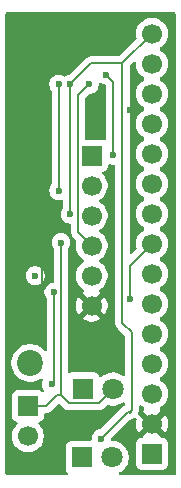
<source format=gbr>
%TF.GenerationSoftware,KiCad,Pcbnew,9.0.2+dfsg-1*%
%TF.CreationDate,2025-10-31T17:19:14+01:00*%
%TF.ProjectId,attiny,61747469-6e79-42e6-9b69-6361645f7063,rev?*%
%TF.SameCoordinates,Original*%
%TF.FileFunction,Copper,L2,Bot*%
%TF.FilePolarity,Positive*%
%FSLAX46Y46*%
G04 Gerber Fmt 4.6, Leading zero omitted, Abs format (unit mm)*
G04 Created by KiCad (PCBNEW 9.0.2+dfsg-1) date 2025-10-31 17:19:14*
%MOMM*%
%LPD*%
G01*
G04 APERTURE LIST*
%TA.AperFunction,ComponentPad*%
%ADD10R,1.800000X1.800000*%
%TD*%
%TA.AperFunction,ComponentPad*%
%ADD11C,1.800000*%
%TD*%
%TA.AperFunction,ComponentPad*%
%ADD12R,1.700000X1.700000*%
%TD*%
%TA.AperFunction,ComponentPad*%
%ADD13C,1.700000*%
%TD*%
%TA.AperFunction,ComponentPad*%
%ADD14C,2.200000*%
%TD*%
%TA.AperFunction,ViaPad*%
%ADD15C,0.600000*%
%TD*%
%TA.AperFunction,Conductor*%
%ADD16C,0.200000*%
%TD*%
G04 APERTURE END LIST*
D10*
%TO.P,D1,1,K*%
%TO.N,Net-(D1-K)*%
X151660000Y-80800000D03*
D11*
%TO.P,D1,2,A*%
%TO.N,Net-(D1-A)*%
X154200000Y-80800000D03*
%TD*%
D10*
%TO.P,D2,1,K*%
%TO.N,Net-(D2-K)*%
X151600000Y-86600000D03*
D11*
%TO.P,D2,2,A*%
%TO.N,Net-(D2-A)*%
X154140000Y-86600000D03*
%TD*%
D12*
%TO.P,J3,1,Pin_1*%
%TO.N,Net-(D1-A)*%
X147000000Y-82260000D03*
D13*
%TO.P,J3,2,Pin_2*%
%TO.N,Net-(J2-Pin_8)*%
X147000000Y-84800000D03*
%TD*%
D12*
%TO.P,J1,1,Pin_1*%
%TO.N,Net-(J1-Pin_1)*%
X152400000Y-61050000D03*
D13*
%TO.P,J1,2,Pin_2*%
%TO.N,Net-(J1-Pin_2)*%
X152400000Y-63590000D03*
%TO.P,J1,3,Pin_3*%
%TO.N,Net-(D2-A)*%
X152400000Y-66130000D03*
%TO.P,J1,4,Pin_4*%
%TO.N,Net-(D1-A)*%
X152400000Y-68670000D03*
%TO.P,J1,5,Pin_5*%
%TO.N,VCC*%
X152400000Y-71210000D03*
%TO.P,J1,6,Pin_6*%
%TO.N,GND*%
X152400000Y-73750000D03*
%TD*%
D14*
%TO.P,J4,1,Pin_1*%
%TO.N,VCC*%
X147200000Y-78600000D03*
%TD*%
D12*
%TO.P,J2,1,Pin_1*%
%TO.N,unconnected-(J2-Pin_1-Pad1)*%
X157500000Y-86280000D03*
D13*
%TO.P,J2,2,Pin_2*%
%TO.N,GND*%
X157500000Y-83740000D03*
%TO.P,J2,3,Pin_3*%
%TO.N,unconnected-(J2-Pin_3-Pad3)*%
X157500000Y-81200000D03*
%TO.P,J2,4,Pin_4*%
%TO.N,unconnected-(J2-Pin_4-Pad4)*%
X157500000Y-78660000D03*
%TO.P,J2,5,Pin_5*%
%TO.N,unconnected-(J2-Pin_5-Pad5)*%
X157500000Y-76120000D03*
%TO.P,J2,6,Pin_6*%
%TO.N,unconnected-(J2-Pin_6-Pad6)*%
X157500000Y-73580000D03*
%TO.P,J2,7,Pin_7*%
%TO.N,unconnected-(J2-Pin_7-Pad7)*%
X157500000Y-71040000D03*
%TO.P,J2,8,Pin_8*%
%TO.N,Net-(J2-Pin_8)*%
X157500000Y-68500000D03*
%TO.P,J2,9,Pin_9*%
%TO.N,unconnected-(J2-Pin_9-Pad9)*%
X157500000Y-65960000D03*
%TO.P,J2,10,Pin_10*%
%TO.N,unconnected-(J2-Pin_10-Pad10)*%
X157500000Y-63420000D03*
%TO.P,J2,11,Pin_11*%
%TO.N,unconnected-(J2-Pin_11-Pad11)*%
X157500000Y-60880000D03*
%TO.P,J2,12,Pin_12*%
%TO.N,unconnected-(J2-Pin_12-Pad12)*%
X157500000Y-58340000D03*
%TO.P,J2,13,Pin_13*%
%TO.N,unconnected-(J2-Pin_13-Pad13)*%
X157500000Y-55800000D03*
%TO.P,J2,14,Pin_14*%
%TO.N,unconnected-(J2-Pin_14-Pad14)*%
X157500000Y-53260000D03*
%TO.P,J2,15,Pin_15*%
%TO.N,Net-(D2-A)*%
X157500000Y-50720000D03*
%TD*%
D15*
%TO.N,GND*%
X153350000Y-55520000D03*
X152540000Y-58710000D03*
%TO.N,VCC*%
X147610000Y-71210000D03*
%TO.N,Net-(J1-Pin_1)*%
X154200000Y-61000000D03*
X153600000Y-54200000D03*
%TO.N,GND*%
X149700000Y-52700000D03*
X148200000Y-73800000D03*
X155600000Y-57200000D03*
%TO.N,Net-(J1-Pin_2)*%
X149600000Y-55000000D03*
X149600000Y-64000000D03*
%TO.N,Net-(D1-A)*%
X149800000Y-68400000D03*
X152200000Y-55000000D03*
%TO.N,Net-(J2-Pin_8)*%
X149200000Y-72600000D03*
X155600000Y-73200000D03*
X149000000Y-80400000D03*
%TO.N,Net-(D2-A)*%
X153200000Y-85000000D03*
X150600000Y-66000000D03*
X150600000Y-55000000D03*
%TD*%
D16*
%TO.N,Net-(J1-Pin_1)*%
X154200000Y-61000000D02*
X154200000Y-54800000D01*
X154200000Y-54800000D02*
X153600000Y-54200000D01*
%TO.N,GND*%
X148211000Y-54189000D02*
X149700000Y-52700000D01*
X148200000Y-73800000D02*
X148211000Y-73789000D01*
X148211000Y-73789000D02*
X148211000Y-54189000D01*
%TO.N,Net-(J1-Pin_2)*%
X149600000Y-64000000D02*
X149600000Y-55000000D01*
%TO.N,Net-(D1-A)*%
X149458000Y-81342000D02*
X148540000Y-82260000D01*
X151249000Y-67519000D02*
X151249000Y-55951000D01*
X148540000Y-82260000D02*
X147000000Y-82260000D01*
X151249000Y-55951000D02*
X152200000Y-55000000D01*
X152400000Y-68670000D02*
X151249000Y-67519000D01*
X149800000Y-81342000D02*
X149458000Y-81342000D01*
X149800000Y-81342000D02*
X149800000Y-68400000D01*
X154200000Y-80800000D02*
X152999000Y-82001000D01*
X152999000Y-82001000D02*
X150459000Y-82001000D01*
X150459000Y-82001000D02*
X149800000Y-81342000D01*
%TO.N,Net-(J2-Pin_8)*%
X155600000Y-70400000D02*
X155600000Y-73200000D01*
X157500000Y-68500000D02*
X155600000Y-70400000D01*
X149200000Y-72600000D02*
X149200000Y-80200000D01*
X149200000Y-80200000D02*
X149000000Y-80400000D01*
%TO.N,Net-(D2-A)*%
X155451000Y-82749000D02*
X155549000Y-82749000D01*
X155800000Y-82600000D02*
X155800000Y-76000000D01*
X155000000Y-53220000D02*
X157500000Y-50720000D01*
X155800000Y-76000000D02*
X155000000Y-75200000D01*
X152380000Y-53220000D02*
X155000000Y-53220000D01*
X155600000Y-82800000D02*
X155800000Y-82600000D01*
X153200000Y-85000000D02*
X155451000Y-82749000D01*
X150600000Y-55000000D02*
X152380000Y-53220000D01*
X150600000Y-66000000D02*
X150600000Y-55000000D01*
X155000000Y-75200000D02*
X155000000Y-53220000D01*
X155549000Y-82749000D02*
X155600000Y-82800000D01*
%TD*%
%TA.AperFunction,Conductor*%
%TO.N,GND*%
G36*
X159442539Y-48920185D02*
G01*
X159488294Y-48972989D01*
X159499500Y-49024500D01*
X159499500Y-87975500D01*
X159479815Y-88042539D01*
X159427011Y-88088294D01*
X159375500Y-88099500D01*
X154798431Y-88099500D01*
X154731392Y-88079815D01*
X154685637Y-88027011D01*
X154675693Y-87957853D01*
X154704718Y-87894297D01*
X154742136Y-87865015D01*
X154744078Y-87864025D01*
X154874022Y-87797815D01*
X155052365Y-87668242D01*
X155208242Y-87512365D01*
X155337815Y-87334022D01*
X155437895Y-87137606D01*
X155506015Y-86927951D01*
X155540500Y-86710222D01*
X155540500Y-86489778D01*
X155506015Y-86272049D01*
X155437895Y-86062394D01*
X155437895Y-86062393D01*
X155383199Y-85955048D01*
X155337815Y-85865978D01*
X155272805Y-85776499D01*
X155208247Y-85687641D01*
X155208243Y-85687636D01*
X155052365Y-85531758D01*
X154979921Y-85479125D01*
X154979919Y-85479122D01*
X154874025Y-85402187D01*
X154874024Y-85402186D01*
X154874022Y-85402185D01*
X154756791Y-85342452D01*
X154677606Y-85302104D01*
X154677603Y-85302103D01*
X154467952Y-85233985D01*
X154359086Y-85216742D01*
X154250222Y-85199500D01*
X154149097Y-85199500D01*
X154082058Y-85179815D01*
X154036303Y-85127011D01*
X154026359Y-85057853D01*
X154055384Y-84994297D01*
X154061416Y-84987819D01*
X154818974Y-84230261D01*
X155614376Y-83434859D01*
X155671492Y-83403672D01*
X155671206Y-83402604D01*
X155675608Y-83401424D01*
X155675697Y-83401376D01*
X155675959Y-83401330D01*
X155679053Y-83400501D01*
X155679057Y-83400501D01*
X155831785Y-83359577D01*
X155968716Y-83280519D01*
X155990274Y-83258960D01*
X156051593Y-83225477D01*
X156121284Y-83230460D01*
X156177219Y-83272331D01*
X156201637Y-83337795D01*
X156195885Y-83384959D01*
X156183242Y-83423872D01*
X156150000Y-83633753D01*
X156150000Y-83846246D01*
X156183242Y-84056127D01*
X156183242Y-84056130D01*
X156248904Y-84258217D01*
X156345375Y-84447550D01*
X156384728Y-84501716D01*
X157017037Y-83869408D01*
X157034075Y-83932993D01*
X157099901Y-84047007D01*
X157192993Y-84140099D01*
X157307007Y-84205925D01*
X157370590Y-84222962D01*
X156700370Y-84893181D01*
X156639047Y-84926666D01*
X156612698Y-84929500D01*
X156602134Y-84929500D01*
X156602123Y-84929501D01*
X156542516Y-84935908D01*
X156407671Y-84986202D01*
X156407664Y-84986206D01*
X156292455Y-85072452D01*
X156292452Y-85072455D01*
X156206206Y-85187664D01*
X156206202Y-85187671D01*
X156155908Y-85322517D01*
X156153765Y-85342454D01*
X156149501Y-85382123D01*
X156149500Y-85382135D01*
X156149500Y-87177870D01*
X156149501Y-87177876D01*
X156155908Y-87237483D01*
X156206202Y-87372328D01*
X156206206Y-87372335D01*
X156292452Y-87487544D01*
X156292455Y-87487547D01*
X156407664Y-87573793D01*
X156407671Y-87573797D01*
X156542517Y-87624091D01*
X156542516Y-87624091D01*
X156549444Y-87624835D01*
X156602127Y-87630500D01*
X158397872Y-87630499D01*
X158457483Y-87624091D01*
X158592331Y-87573796D01*
X158707546Y-87487546D01*
X158793796Y-87372331D01*
X158844091Y-87237483D01*
X158850500Y-87177873D01*
X158850499Y-85382128D01*
X158844091Y-85322517D01*
X158836477Y-85302104D01*
X158793797Y-85187671D01*
X158793793Y-85187664D01*
X158707547Y-85072455D01*
X158707544Y-85072452D01*
X158592335Y-84986206D01*
X158592328Y-84986202D01*
X158457482Y-84935908D01*
X158457483Y-84935908D01*
X158397883Y-84929501D01*
X158397881Y-84929500D01*
X158397873Y-84929500D01*
X158397865Y-84929500D01*
X158387309Y-84929500D01*
X158320270Y-84909815D01*
X158299628Y-84893181D01*
X157629408Y-84222962D01*
X157692993Y-84205925D01*
X157807007Y-84140099D01*
X157900099Y-84047007D01*
X157965925Y-83932993D01*
X157982962Y-83869408D01*
X158615270Y-84501717D01*
X158615270Y-84501716D01*
X158654622Y-84447554D01*
X158751095Y-84258217D01*
X158816757Y-84056130D01*
X158816757Y-84056127D01*
X158850000Y-83846246D01*
X158850000Y-83633753D01*
X158816757Y-83423872D01*
X158816757Y-83423869D01*
X158751095Y-83221782D01*
X158654624Y-83032449D01*
X158615270Y-82978282D01*
X158615269Y-82978282D01*
X157982962Y-83610590D01*
X157965925Y-83547007D01*
X157900099Y-83432993D01*
X157807007Y-83339901D01*
X157692993Y-83274075D01*
X157629409Y-83257037D01*
X158261716Y-82624728D01*
X158207547Y-82585373D01*
X158207547Y-82585372D01*
X158198500Y-82580763D01*
X158147706Y-82532788D01*
X158130912Y-82464966D01*
X158153451Y-82398832D01*
X158198508Y-82359793D01*
X158207816Y-82355051D01*
X158326972Y-82268480D01*
X158379786Y-82230109D01*
X158379788Y-82230106D01*
X158379792Y-82230104D01*
X158530104Y-82079792D01*
X158530106Y-82079788D01*
X158530109Y-82079786D01*
X158655048Y-81907820D01*
X158655047Y-81907820D01*
X158655051Y-81907816D01*
X158751557Y-81718412D01*
X158817246Y-81516243D01*
X158850500Y-81306287D01*
X158850500Y-81093713D01*
X158817246Y-80883757D01*
X158751557Y-80681588D01*
X158655051Y-80492184D01*
X158655049Y-80492181D01*
X158655048Y-80492179D01*
X158530109Y-80320213D01*
X158379786Y-80169890D01*
X158207820Y-80044951D01*
X158207115Y-80044591D01*
X158199054Y-80040485D01*
X158148259Y-79992512D01*
X158131463Y-79924692D01*
X158153999Y-79858556D01*
X158199054Y-79819515D01*
X158207816Y-79815051D01*
X158299400Y-79748512D01*
X158379786Y-79690109D01*
X158379788Y-79690106D01*
X158379792Y-79690104D01*
X158530104Y-79539792D01*
X158530106Y-79539788D01*
X158530109Y-79539786D01*
X158655048Y-79367820D01*
X158655047Y-79367820D01*
X158655051Y-79367816D01*
X158751557Y-79178412D01*
X158817246Y-78976243D01*
X158850500Y-78766287D01*
X158850500Y-78553713D01*
X158817246Y-78343757D01*
X158751557Y-78141588D01*
X158655051Y-77952184D01*
X158655049Y-77952181D01*
X158655048Y-77952179D01*
X158530109Y-77780213D01*
X158379786Y-77629890D01*
X158207820Y-77504951D01*
X158207115Y-77504591D01*
X158199054Y-77500485D01*
X158148259Y-77452512D01*
X158131463Y-77384692D01*
X158153999Y-77318556D01*
X158199054Y-77279515D01*
X158207816Y-77275051D01*
X158268266Y-77231132D01*
X158379786Y-77150109D01*
X158379788Y-77150106D01*
X158379792Y-77150104D01*
X158530104Y-76999792D01*
X158530106Y-76999788D01*
X158530109Y-76999786D01*
X158655048Y-76827820D01*
X158655047Y-76827820D01*
X158655051Y-76827816D01*
X158751557Y-76638412D01*
X158817246Y-76436243D01*
X158850500Y-76226287D01*
X158850500Y-76013713D01*
X158817246Y-75803757D01*
X158751557Y-75601588D01*
X158655051Y-75412184D01*
X158655049Y-75412181D01*
X158655048Y-75412179D01*
X158530109Y-75240213D01*
X158379786Y-75089890D01*
X158207820Y-74964951D01*
X158207115Y-74964591D01*
X158199054Y-74960485D01*
X158148259Y-74912512D01*
X158131463Y-74844692D01*
X158153999Y-74778556D01*
X158199054Y-74739515D01*
X158207816Y-74735051D01*
X158229789Y-74719086D01*
X158379786Y-74610109D01*
X158379788Y-74610106D01*
X158379792Y-74610104D01*
X158530104Y-74459792D01*
X158530106Y-74459788D01*
X158530109Y-74459786D01*
X158655048Y-74287820D01*
X158655047Y-74287820D01*
X158655051Y-74287816D01*
X158751557Y-74098412D01*
X158817246Y-73896243D01*
X158850500Y-73686287D01*
X158850500Y-73473713D01*
X158817246Y-73263757D01*
X158751557Y-73061588D01*
X158655051Y-72872184D01*
X158655049Y-72872181D01*
X158655048Y-72872179D01*
X158530109Y-72700213D01*
X158379786Y-72549890D01*
X158207820Y-72424951D01*
X158207115Y-72424591D01*
X158199054Y-72420485D01*
X158148259Y-72372512D01*
X158131463Y-72304692D01*
X158153999Y-72238556D01*
X158199054Y-72199515D01*
X158207816Y-72195051D01*
X158352694Y-72089792D01*
X158379786Y-72070109D01*
X158379788Y-72070106D01*
X158379792Y-72070104D01*
X158530104Y-71919792D01*
X158530106Y-71919788D01*
X158530109Y-71919786D01*
X158655048Y-71747820D01*
X158655047Y-71747820D01*
X158655051Y-71747816D01*
X158751557Y-71558412D01*
X158817246Y-71356243D01*
X158850500Y-71146287D01*
X158850500Y-70933713D01*
X158817246Y-70723757D01*
X158751557Y-70521588D01*
X158655051Y-70332184D01*
X158655049Y-70332181D01*
X158655048Y-70332179D01*
X158530109Y-70160213D01*
X158379786Y-70009890D01*
X158207820Y-69884951D01*
X158207115Y-69884591D01*
X158199054Y-69880485D01*
X158148259Y-69832512D01*
X158131463Y-69764692D01*
X158153999Y-69698556D01*
X158199054Y-69659515D01*
X158207816Y-69655051D01*
X158229789Y-69639086D01*
X158379786Y-69530109D01*
X158379788Y-69530106D01*
X158379792Y-69530104D01*
X158530104Y-69379792D01*
X158530106Y-69379788D01*
X158530109Y-69379786D01*
X158655048Y-69207820D01*
X158655047Y-69207820D01*
X158655051Y-69207816D01*
X158751557Y-69018412D01*
X158817246Y-68816243D01*
X158850500Y-68606287D01*
X158850500Y-68393713D01*
X158817246Y-68183757D01*
X158751557Y-67981588D01*
X158655051Y-67792184D01*
X158655049Y-67792181D01*
X158655048Y-67792179D01*
X158530109Y-67620213D01*
X158379786Y-67469890D01*
X158207820Y-67344951D01*
X158207115Y-67344591D01*
X158199054Y-67340485D01*
X158148259Y-67292512D01*
X158131463Y-67224692D01*
X158153999Y-67158556D01*
X158199054Y-67119515D01*
X158207816Y-67115051D01*
X158352694Y-67009792D01*
X158379786Y-66990109D01*
X158379788Y-66990106D01*
X158379792Y-66990104D01*
X158530104Y-66839792D01*
X158530106Y-66839788D01*
X158530109Y-66839786D01*
X158655048Y-66667820D01*
X158655047Y-66667820D01*
X158655051Y-66667816D01*
X158751557Y-66478412D01*
X158817246Y-66276243D01*
X158850500Y-66066287D01*
X158850500Y-65853713D01*
X158817246Y-65643757D01*
X158751557Y-65441588D01*
X158655051Y-65252184D01*
X158655049Y-65252181D01*
X158655048Y-65252179D01*
X158530109Y-65080213D01*
X158379786Y-64929890D01*
X158207820Y-64804951D01*
X158207115Y-64804591D01*
X158199054Y-64800485D01*
X158148259Y-64752512D01*
X158131463Y-64684692D01*
X158153999Y-64618556D01*
X158199054Y-64579515D01*
X158207816Y-64575051D01*
X158296954Y-64510289D01*
X158379786Y-64450109D01*
X158379788Y-64450106D01*
X158379792Y-64450104D01*
X158530104Y-64299792D01*
X158530106Y-64299788D01*
X158530109Y-64299786D01*
X158655048Y-64127820D01*
X158655047Y-64127820D01*
X158655051Y-64127816D01*
X158751557Y-63938412D01*
X158817246Y-63736243D01*
X158850500Y-63526287D01*
X158850500Y-63313713D01*
X158817246Y-63103757D01*
X158751557Y-62901588D01*
X158655051Y-62712184D01*
X158655049Y-62712181D01*
X158655048Y-62712179D01*
X158530109Y-62540213D01*
X158379786Y-62389890D01*
X158207820Y-62264951D01*
X158207115Y-62264591D01*
X158199054Y-62260485D01*
X158148259Y-62212512D01*
X158131463Y-62144692D01*
X158153999Y-62078556D01*
X158199054Y-62039515D01*
X158207816Y-62035051D01*
X158245760Y-62007483D01*
X158379786Y-61910109D01*
X158379788Y-61910106D01*
X158379792Y-61910104D01*
X158530104Y-61759792D01*
X158530106Y-61759788D01*
X158530109Y-61759786D01*
X158655048Y-61587820D01*
X158655047Y-61587820D01*
X158655051Y-61587816D01*
X158751557Y-61398412D01*
X158817246Y-61196243D01*
X158850500Y-60986287D01*
X158850500Y-60773713D01*
X158817246Y-60563757D01*
X158751557Y-60361588D01*
X158655051Y-60172184D01*
X158655049Y-60172181D01*
X158655048Y-60172179D01*
X158530109Y-60000213D01*
X158379786Y-59849890D01*
X158207820Y-59724951D01*
X158207115Y-59724591D01*
X158199054Y-59720485D01*
X158148259Y-59672512D01*
X158131463Y-59604692D01*
X158153999Y-59538556D01*
X158199054Y-59499515D01*
X158207816Y-59495051D01*
X158229789Y-59479086D01*
X158379786Y-59370109D01*
X158379788Y-59370106D01*
X158379792Y-59370104D01*
X158530104Y-59219792D01*
X158530106Y-59219788D01*
X158530109Y-59219786D01*
X158655048Y-59047820D01*
X158655047Y-59047820D01*
X158655051Y-59047816D01*
X158751557Y-58858412D01*
X158817246Y-58656243D01*
X158850500Y-58446287D01*
X158850500Y-58233713D01*
X158817246Y-58023757D01*
X158751557Y-57821588D01*
X158655051Y-57632184D01*
X158655049Y-57632181D01*
X158655048Y-57632179D01*
X158530109Y-57460213D01*
X158379786Y-57309890D01*
X158207820Y-57184951D01*
X158207115Y-57184591D01*
X158199054Y-57180485D01*
X158148259Y-57132512D01*
X158131463Y-57064692D01*
X158153999Y-56998556D01*
X158199054Y-56959515D01*
X158207816Y-56955051D01*
X158229789Y-56939086D01*
X158379786Y-56830109D01*
X158379788Y-56830106D01*
X158379792Y-56830104D01*
X158530104Y-56679792D01*
X158530106Y-56679788D01*
X158530109Y-56679786D01*
X158655048Y-56507820D01*
X158655047Y-56507820D01*
X158655051Y-56507816D01*
X158751557Y-56318412D01*
X158817246Y-56116243D01*
X158850500Y-55906287D01*
X158850500Y-55693713D01*
X158817246Y-55483757D01*
X158751557Y-55281588D01*
X158655051Y-55092184D01*
X158655049Y-55092181D01*
X158655048Y-55092179D01*
X158530109Y-54920213D01*
X158379786Y-54769890D01*
X158207820Y-54644951D01*
X158207115Y-54644591D01*
X158199054Y-54640485D01*
X158148259Y-54592512D01*
X158131463Y-54524692D01*
X158153999Y-54458556D01*
X158199054Y-54419515D01*
X158207816Y-54415051D01*
X158302607Y-54346182D01*
X158379786Y-54290109D01*
X158379788Y-54290106D01*
X158379792Y-54290104D01*
X158530104Y-54139792D01*
X158530106Y-54139788D01*
X158530109Y-54139786D01*
X158655048Y-53967820D01*
X158655047Y-53967820D01*
X158655051Y-53967816D01*
X158751557Y-53778412D01*
X158817246Y-53576243D01*
X158850500Y-53366287D01*
X158850500Y-53153713D01*
X158817246Y-52943757D01*
X158751557Y-52741588D01*
X158655051Y-52552184D01*
X158655049Y-52552181D01*
X158655048Y-52552179D01*
X158530109Y-52380213D01*
X158379786Y-52229890D01*
X158207820Y-52104951D01*
X158207115Y-52104591D01*
X158199054Y-52100485D01*
X158148259Y-52052512D01*
X158131463Y-51984692D01*
X158153999Y-51918556D01*
X158199054Y-51879515D01*
X158207816Y-51875051D01*
X158229789Y-51859086D01*
X158379786Y-51750109D01*
X158379788Y-51750106D01*
X158379792Y-51750104D01*
X158530104Y-51599792D01*
X158530106Y-51599788D01*
X158530109Y-51599786D01*
X158655048Y-51427820D01*
X158655047Y-51427820D01*
X158655051Y-51427816D01*
X158751557Y-51238412D01*
X158817246Y-51036243D01*
X158850500Y-50826287D01*
X158850500Y-50613713D01*
X158817246Y-50403757D01*
X158751557Y-50201588D01*
X158655051Y-50012184D01*
X158655049Y-50012181D01*
X158655048Y-50012179D01*
X158530109Y-49840213D01*
X158379786Y-49689890D01*
X158207820Y-49564951D01*
X158018414Y-49468444D01*
X158018413Y-49468443D01*
X158018412Y-49468443D01*
X157816243Y-49402754D01*
X157816241Y-49402753D01*
X157816240Y-49402753D01*
X157654957Y-49377208D01*
X157606287Y-49369500D01*
X157393713Y-49369500D01*
X157345042Y-49377208D01*
X157183760Y-49402753D01*
X156981585Y-49468444D01*
X156792179Y-49564951D01*
X156620213Y-49689890D01*
X156469890Y-49840213D01*
X156344951Y-50012179D01*
X156248444Y-50201585D01*
X156182753Y-50403760D01*
X156149500Y-50613713D01*
X156149500Y-50826286D01*
X156182754Y-51036244D01*
X156182754Y-51036247D01*
X156196491Y-51078523D01*
X156198486Y-51148364D01*
X156166241Y-51204522D01*
X154787584Y-52583181D01*
X154726261Y-52616666D01*
X154699903Y-52619500D01*
X152459057Y-52619500D01*
X152300943Y-52619500D01*
X152148215Y-52660423D01*
X152148214Y-52660423D01*
X152148212Y-52660424D01*
X152148209Y-52660425D01*
X152098096Y-52689359D01*
X152098095Y-52689360D01*
X152054689Y-52714420D01*
X152011285Y-52739479D01*
X152011282Y-52739481D01*
X150585339Y-54165425D01*
X150524016Y-54198910D01*
X150521850Y-54199361D01*
X150366508Y-54230261D01*
X150366498Y-54230264D01*
X150220827Y-54290602D01*
X150220814Y-54290609D01*
X150168891Y-54325304D01*
X150102214Y-54346182D01*
X150034833Y-54327698D01*
X150031109Y-54325304D01*
X149979185Y-54290609D01*
X149979172Y-54290602D01*
X149833501Y-54230264D01*
X149833489Y-54230261D01*
X149678845Y-54199500D01*
X149678842Y-54199500D01*
X149521158Y-54199500D01*
X149521155Y-54199500D01*
X149366510Y-54230261D01*
X149366498Y-54230264D01*
X149220827Y-54290602D01*
X149220814Y-54290609D01*
X149089711Y-54378210D01*
X149089707Y-54378213D01*
X148978213Y-54489707D01*
X148978210Y-54489711D01*
X148890609Y-54620814D01*
X148890602Y-54620827D01*
X148830264Y-54766498D01*
X148830261Y-54766510D01*
X148799500Y-54921153D01*
X148799500Y-55078846D01*
X148830261Y-55233489D01*
X148830264Y-55233501D01*
X148890602Y-55379172D01*
X148890609Y-55379185D01*
X148978602Y-55510874D01*
X148999480Y-55577551D01*
X148999500Y-55579765D01*
X148999500Y-63420234D01*
X148979815Y-63487273D01*
X148978602Y-63489125D01*
X148890609Y-63620814D01*
X148890602Y-63620827D01*
X148830264Y-63766498D01*
X148830261Y-63766510D01*
X148799500Y-63921153D01*
X148799500Y-64078846D01*
X148830261Y-64233489D01*
X148830264Y-64233501D01*
X148890602Y-64379172D01*
X148890609Y-64379185D01*
X148978210Y-64510288D01*
X148978213Y-64510292D01*
X149089707Y-64621786D01*
X149089711Y-64621789D01*
X149220814Y-64709390D01*
X149220827Y-64709397D01*
X149366498Y-64769735D01*
X149366503Y-64769737D01*
X149496982Y-64795691D01*
X149521153Y-64800499D01*
X149521156Y-64800500D01*
X149521158Y-64800500D01*
X149678844Y-64800500D01*
X149678845Y-64800499D01*
X149833497Y-64769737D01*
X149833509Y-64769731D01*
X149839324Y-64767969D01*
X149840158Y-64770720D01*
X149897359Y-64764497D01*
X149959878Y-64795691D01*
X149995608Y-64855734D01*
X149999500Y-64886555D01*
X149999500Y-65420234D01*
X149979815Y-65487273D01*
X149978602Y-65489125D01*
X149890609Y-65620814D01*
X149890602Y-65620827D01*
X149830264Y-65766498D01*
X149830261Y-65766510D01*
X149799500Y-65921153D01*
X149799500Y-66078846D01*
X149830261Y-66233489D01*
X149830264Y-66233501D01*
X149890602Y-66379172D01*
X149890609Y-66379185D01*
X149978210Y-66510288D01*
X149978213Y-66510292D01*
X150089707Y-66621786D01*
X150089711Y-66621789D01*
X150220814Y-66709390D01*
X150220827Y-66709397D01*
X150366498Y-66769735D01*
X150366503Y-66769737D01*
X150521153Y-66800499D01*
X150521156Y-66800500D01*
X150521158Y-66800500D01*
X150524500Y-66800500D01*
X150526187Y-66800995D01*
X150527218Y-66801097D01*
X150527198Y-66801292D01*
X150591539Y-66820185D01*
X150637294Y-66872989D01*
X150648500Y-66924500D01*
X150648500Y-67432330D01*
X150648499Y-67432348D01*
X150648499Y-67598054D01*
X150648498Y-67598054D01*
X150654434Y-67620208D01*
X150689423Y-67750785D01*
X150689424Y-67750787D01*
X150689423Y-67750787D01*
X150705255Y-67778207D01*
X150705257Y-67778209D01*
X150705258Y-67778211D01*
X150747406Y-67851214D01*
X150768479Y-67887715D01*
X150887349Y-68006585D01*
X150887355Y-68006590D01*
X151066241Y-68185476D01*
X151099726Y-68246799D01*
X151096492Y-68311473D01*
X151082753Y-68353757D01*
X151049500Y-68563713D01*
X151049500Y-68776287D01*
X151055829Y-68816244D01*
X151070816Y-68910874D01*
X151082754Y-68986243D01*
X151093206Y-69018412D01*
X151148444Y-69188414D01*
X151244951Y-69377820D01*
X151369890Y-69549786D01*
X151520213Y-69700109D01*
X151692182Y-69825050D01*
X151700946Y-69829516D01*
X151751742Y-69877491D01*
X151768536Y-69945312D01*
X151745998Y-70011447D01*
X151700946Y-70050484D01*
X151692182Y-70054949D01*
X151520213Y-70179890D01*
X151369890Y-70330213D01*
X151244951Y-70502179D01*
X151148444Y-70691585D01*
X151082753Y-70893760D01*
X151069649Y-70976498D01*
X151049500Y-71103713D01*
X151049500Y-71316287D01*
X151082754Y-71526243D01*
X151145803Y-71720288D01*
X151148444Y-71728414D01*
X151244951Y-71917820D01*
X151369890Y-72089786D01*
X151520213Y-72240109D01*
X151692179Y-72365048D01*
X151692181Y-72365049D01*
X151692184Y-72365051D01*
X151701493Y-72369794D01*
X151752290Y-72417766D01*
X151769087Y-72485587D01*
X151746552Y-72551722D01*
X151701505Y-72590760D01*
X151692446Y-72595376D01*
X151692440Y-72595380D01*
X151638282Y-72634727D01*
X151638282Y-72634728D01*
X152270591Y-73267037D01*
X152207007Y-73284075D01*
X152092993Y-73349901D01*
X151999901Y-73442993D01*
X151934075Y-73557007D01*
X151917037Y-73620591D01*
X151284728Y-72988282D01*
X151284727Y-72988282D01*
X151245380Y-73042439D01*
X151148904Y-73231782D01*
X151083242Y-73433869D01*
X151083242Y-73433872D01*
X151050000Y-73643753D01*
X151050000Y-73856246D01*
X151083242Y-74066127D01*
X151083242Y-74066130D01*
X151148904Y-74268217D01*
X151245375Y-74457550D01*
X151284728Y-74511716D01*
X151917037Y-73879408D01*
X151934075Y-73942993D01*
X151999901Y-74057007D01*
X152092993Y-74150099D01*
X152207007Y-74215925D01*
X152270590Y-74232962D01*
X151638282Y-74865269D01*
X151638282Y-74865270D01*
X151692449Y-74904624D01*
X151881782Y-75001095D01*
X152083870Y-75066757D01*
X152293754Y-75100000D01*
X152506246Y-75100000D01*
X152716127Y-75066757D01*
X152716130Y-75066757D01*
X152918217Y-75001095D01*
X153107554Y-74904622D01*
X153161716Y-74865270D01*
X153161717Y-74865270D01*
X152529408Y-74232962D01*
X152592993Y-74215925D01*
X152707007Y-74150099D01*
X152800099Y-74057007D01*
X152865925Y-73942993D01*
X152882962Y-73879409D01*
X153515270Y-74511717D01*
X153515270Y-74511716D01*
X153554622Y-74457554D01*
X153651095Y-74268217D01*
X153716757Y-74066130D01*
X153716757Y-74066127D01*
X153750000Y-73856246D01*
X153750000Y-73643753D01*
X153716757Y-73433872D01*
X153716757Y-73433869D01*
X153651095Y-73231782D01*
X153554624Y-73042449D01*
X153515270Y-72988282D01*
X153515269Y-72988282D01*
X152882962Y-73620590D01*
X152865925Y-73557007D01*
X152800099Y-73442993D01*
X152707007Y-73349901D01*
X152592993Y-73284075D01*
X152529409Y-73267037D01*
X153161716Y-72634728D01*
X153107547Y-72595373D01*
X153107547Y-72595372D01*
X153098500Y-72590763D01*
X153047706Y-72542788D01*
X153030912Y-72474966D01*
X153053451Y-72408832D01*
X153098508Y-72369793D01*
X153107816Y-72365051D01*
X153269625Y-72247491D01*
X153279786Y-72240109D01*
X153279788Y-72240106D01*
X153279792Y-72240104D01*
X153430104Y-72089792D01*
X153430106Y-72089788D01*
X153430109Y-72089786D01*
X153553902Y-71919397D01*
X153555051Y-71917816D01*
X153651557Y-71728412D01*
X153717246Y-71526243D01*
X153750500Y-71316287D01*
X153750500Y-71103713D01*
X153717246Y-70893757D01*
X153651557Y-70691588D01*
X153555051Y-70502184D01*
X153555049Y-70502181D01*
X153555048Y-70502179D01*
X153430109Y-70330213D01*
X153279786Y-70179890D01*
X153107820Y-70054951D01*
X153107115Y-70054591D01*
X153099054Y-70050485D01*
X153048259Y-70002512D01*
X153031463Y-69934692D01*
X153053999Y-69868556D01*
X153099054Y-69829515D01*
X153107816Y-69825051D01*
X153208973Y-69751557D01*
X153279786Y-69700109D01*
X153279788Y-69700106D01*
X153279792Y-69700104D01*
X153430104Y-69549792D01*
X153430106Y-69549788D01*
X153430109Y-69549786D01*
X153555048Y-69377820D01*
X153555047Y-69377820D01*
X153555051Y-69377816D01*
X153651557Y-69188412D01*
X153717246Y-68986243D01*
X153750500Y-68776287D01*
X153750500Y-68563713D01*
X153717246Y-68353757D01*
X153651557Y-68151588D01*
X153555051Y-67962184D01*
X153555049Y-67962181D01*
X153555048Y-67962179D01*
X153430109Y-67790213D01*
X153279786Y-67639890D01*
X153107820Y-67514951D01*
X153107115Y-67514591D01*
X153099054Y-67510485D01*
X153048259Y-67462512D01*
X153031463Y-67394692D01*
X153053999Y-67328556D01*
X153099054Y-67289515D01*
X153107816Y-67285051D01*
X153158203Y-67248443D01*
X153279786Y-67160109D01*
X153279788Y-67160106D01*
X153279792Y-67160104D01*
X153430104Y-67009792D01*
X153430106Y-67009788D01*
X153430109Y-67009786D01*
X153555048Y-66837820D01*
X153555047Y-66837820D01*
X153555051Y-66837816D01*
X153651557Y-66648412D01*
X153717246Y-66446243D01*
X153750500Y-66236287D01*
X153750500Y-66023713D01*
X153717246Y-65813757D01*
X153651557Y-65611588D01*
X153555051Y-65422184D01*
X153555049Y-65422181D01*
X153555048Y-65422179D01*
X153430109Y-65250213D01*
X153279786Y-65099890D01*
X153107820Y-64974951D01*
X153107115Y-64974591D01*
X153099054Y-64970485D01*
X153048259Y-64922512D01*
X153031463Y-64854692D01*
X153053999Y-64788556D01*
X153099054Y-64749515D01*
X153107816Y-64745051D01*
X153175584Y-64695815D01*
X153279786Y-64620109D01*
X153279788Y-64620106D01*
X153279792Y-64620104D01*
X153430104Y-64469792D01*
X153430106Y-64469788D01*
X153430109Y-64469786D01*
X153555048Y-64297820D01*
X153555047Y-64297820D01*
X153555051Y-64297816D01*
X153651557Y-64108412D01*
X153717246Y-63906243D01*
X153750500Y-63696287D01*
X153750500Y-63483713D01*
X153717246Y-63273757D01*
X153651557Y-63071588D01*
X153555051Y-62882184D01*
X153555049Y-62882181D01*
X153555048Y-62882179D01*
X153430109Y-62710213D01*
X153316569Y-62596673D01*
X153283084Y-62535350D01*
X153288068Y-62465658D01*
X153329940Y-62409725D01*
X153360915Y-62392810D01*
X153492331Y-62343796D01*
X153607546Y-62257546D01*
X153693796Y-62142331D01*
X153744091Y-62007483D01*
X153750500Y-61947873D01*
X153750499Y-61865842D01*
X153770183Y-61798806D01*
X153822986Y-61753050D01*
X153892145Y-61743106D01*
X153921948Y-61751281D01*
X153966503Y-61769737D01*
X154112642Y-61798806D01*
X154121153Y-61800499D01*
X154121156Y-61800500D01*
X154275500Y-61800500D01*
X154342539Y-61820185D01*
X154388294Y-61872989D01*
X154399500Y-61924500D01*
X154399500Y-75113330D01*
X154399499Y-75113348D01*
X154399499Y-75279054D01*
X154399498Y-75279054D01*
X154440423Y-75431785D01*
X154469358Y-75481900D01*
X154469359Y-75481904D01*
X154469360Y-75481904D01*
X154519479Y-75568714D01*
X154519481Y-75568717D01*
X154638349Y-75687585D01*
X154638355Y-75687590D01*
X155163181Y-76212416D01*
X155196666Y-76273739D01*
X155199500Y-76300097D01*
X155199500Y-79551701D01*
X155179815Y-79618740D01*
X155127011Y-79664495D01*
X155057853Y-79674439D01*
X155002616Y-79652020D01*
X154934024Y-79602186D01*
X154737606Y-79502104D01*
X154737603Y-79502103D01*
X154527952Y-79433985D01*
X154419086Y-79416742D01*
X154310222Y-79399500D01*
X154089778Y-79399500D01*
X154017201Y-79410995D01*
X153872047Y-79433985D01*
X153662396Y-79502103D01*
X153662393Y-79502104D01*
X153465974Y-79602187D01*
X153287641Y-79731752D01*
X153287636Y-79731756D01*
X153237463Y-79781929D01*
X153176140Y-79815413D01*
X153106448Y-79810428D01*
X153050515Y-79768557D01*
X153033601Y-79737580D01*
X153003797Y-79657671D01*
X153003793Y-79657664D01*
X152917547Y-79542455D01*
X152917544Y-79542452D01*
X152802335Y-79456206D01*
X152802328Y-79456202D01*
X152667482Y-79405908D01*
X152667483Y-79405908D01*
X152607883Y-79399501D01*
X152607881Y-79399500D01*
X152607873Y-79399500D01*
X152607864Y-79399500D01*
X150712129Y-79399500D01*
X150712123Y-79399501D01*
X150652515Y-79405909D01*
X150567832Y-79437493D01*
X150498140Y-79442477D01*
X150436818Y-79408991D01*
X150403333Y-79347668D01*
X150400500Y-79321311D01*
X150400500Y-68979765D01*
X150420185Y-68912726D01*
X150421398Y-68910874D01*
X150509390Y-68779185D01*
X150509390Y-68779184D01*
X150509394Y-68779179D01*
X150569737Y-68633497D01*
X150600500Y-68478842D01*
X150600500Y-68321158D01*
X150600500Y-68321155D01*
X150600499Y-68321153D01*
X150569737Y-68166503D01*
X150563558Y-68151585D01*
X150509397Y-68020827D01*
X150509390Y-68020814D01*
X150421789Y-67889711D01*
X150421786Y-67889707D01*
X150310291Y-67778212D01*
X150310288Y-67778210D01*
X150179185Y-67690609D01*
X150179172Y-67690602D01*
X150033501Y-67630264D01*
X150033489Y-67630261D01*
X149878845Y-67599500D01*
X149878842Y-67599500D01*
X149721158Y-67599500D01*
X149721155Y-67599500D01*
X149566510Y-67630261D01*
X149566498Y-67630264D01*
X149420827Y-67690602D01*
X149420814Y-67690609D01*
X149289711Y-67778210D01*
X149289709Y-67778212D01*
X149178213Y-67889707D01*
X149178210Y-67889711D01*
X149090609Y-68020814D01*
X149090602Y-68020827D01*
X149030264Y-68166498D01*
X149030261Y-68166510D01*
X148999500Y-68321153D01*
X148999500Y-68478846D01*
X149030261Y-68633489D01*
X149030264Y-68633501D01*
X149090602Y-68779172D01*
X149090609Y-68779185D01*
X149178602Y-68910874D01*
X149199480Y-68977551D01*
X149199500Y-68979765D01*
X149199500Y-71682152D01*
X149179815Y-71749191D01*
X149127011Y-71794946D01*
X149099692Y-71803769D01*
X148966508Y-71830261D01*
X148966498Y-71830264D01*
X148820827Y-71890602D01*
X148820814Y-71890609D01*
X148689711Y-71978210D01*
X148689707Y-71978213D01*
X148578213Y-72089707D01*
X148578210Y-72089711D01*
X148490609Y-72220814D01*
X148490602Y-72220827D01*
X148430264Y-72366498D01*
X148430261Y-72366510D01*
X148399500Y-72521153D01*
X148399500Y-72678846D01*
X148430261Y-72833489D01*
X148430264Y-72833501D01*
X148490602Y-72979172D01*
X148490609Y-72979185D01*
X148578602Y-73110874D01*
X148599480Y-73177551D01*
X148599500Y-73179765D01*
X148599500Y-77436689D01*
X148579815Y-77503728D01*
X148527011Y-77549483D01*
X148457853Y-77559427D01*
X148394297Y-77530402D01*
X148387819Y-77524370D01*
X148242654Y-77379205D01*
X148242649Y-77379201D01*
X148038848Y-77231132D01*
X148038847Y-77231131D01*
X148038845Y-77231130D01*
X147968747Y-77195413D01*
X147814383Y-77116760D01*
X147574785Y-77038910D01*
X147325962Y-76999500D01*
X147074038Y-76999500D01*
X146949626Y-77019205D01*
X146825214Y-77038910D01*
X146585616Y-77116760D01*
X146361151Y-77231132D01*
X146157350Y-77379201D01*
X146157345Y-77379205D01*
X145979205Y-77557345D01*
X145979201Y-77557350D01*
X145831132Y-77761151D01*
X145716760Y-77985616D01*
X145638910Y-78225214D01*
X145599500Y-78474038D01*
X145599500Y-78725961D01*
X145638910Y-78974785D01*
X145716760Y-79214383D01*
X145784673Y-79347668D01*
X145830441Y-79437493D01*
X145831132Y-79438848D01*
X145979201Y-79642649D01*
X145979205Y-79642654D01*
X146157345Y-79820794D01*
X146157350Y-79820798D01*
X146325931Y-79943278D01*
X146361155Y-79968870D01*
X146504184Y-80041747D01*
X146585616Y-80083239D01*
X146585618Y-80083239D01*
X146585621Y-80083241D01*
X146825215Y-80161090D01*
X147074038Y-80200500D01*
X147074039Y-80200500D01*
X147325961Y-80200500D01*
X147325962Y-80200500D01*
X147574785Y-80161090D01*
X147814379Y-80083241D01*
X148038845Y-79968870D01*
X148074070Y-79943276D01*
X148139873Y-79919797D01*
X148207928Y-79935621D01*
X148256623Y-79985726D01*
X148270500Y-80054204D01*
X148261517Y-80091046D01*
X148230263Y-80166502D01*
X148230261Y-80166510D01*
X148199500Y-80321153D01*
X148199500Y-80478846D01*
X148230261Y-80633489D01*
X148230264Y-80633501D01*
X148290602Y-80779172D01*
X148290609Y-80779185D01*
X148336707Y-80848175D01*
X148357585Y-80914853D01*
X148339100Y-80982233D01*
X148287122Y-81028923D01*
X148218152Y-81040099D01*
X148159294Y-81016332D01*
X148092335Y-80966206D01*
X148092328Y-80966202D01*
X147957482Y-80915908D01*
X147957483Y-80915908D01*
X147897883Y-80909501D01*
X147897881Y-80909500D01*
X147897873Y-80909500D01*
X147897864Y-80909500D01*
X146102129Y-80909500D01*
X146102123Y-80909501D01*
X146042516Y-80915908D01*
X145907671Y-80966202D01*
X145907664Y-80966206D01*
X145792455Y-81052452D01*
X145792452Y-81052455D01*
X145706206Y-81167664D01*
X145706202Y-81167671D01*
X145655908Y-81302517D01*
X145649501Y-81362116D01*
X145649500Y-81362135D01*
X145649500Y-83157870D01*
X145649501Y-83157876D01*
X145655908Y-83217483D01*
X145706202Y-83352328D01*
X145706206Y-83352335D01*
X145792452Y-83467544D01*
X145792455Y-83467547D01*
X145907664Y-83553793D01*
X145907671Y-83553797D01*
X146039082Y-83602810D01*
X146095016Y-83644681D01*
X146119433Y-83710145D01*
X146104582Y-83778418D01*
X146083431Y-83806673D01*
X145969889Y-83920215D01*
X145844951Y-84092179D01*
X145748444Y-84281585D01*
X145682753Y-84483760D01*
X145649500Y-84693713D01*
X145649500Y-84906286D01*
X145675818Y-85072455D01*
X145682754Y-85116243D01*
X145743144Y-85302104D01*
X145748444Y-85318414D01*
X145844951Y-85507820D01*
X145969890Y-85679786D01*
X146120213Y-85830109D01*
X146292179Y-85955048D01*
X146292181Y-85955049D01*
X146292184Y-85955051D01*
X146481588Y-86051557D01*
X146683757Y-86117246D01*
X146893713Y-86150500D01*
X146893714Y-86150500D01*
X147106286Y-86150500D01*
X147106287Y-86150500D01*
X147316243Y-86117246D01*
X147518412Y-86051557D01*
X147707816Y-85955051D01*
X147729789Y-85939086D01*
X147879786Y-85830109D01*
X147879788Y-85830106D01*
X147879792Y-85830104D01*
X148030104Y-85679792D01*
X148030106Y-85679788D01*
X148030109Y-85679786D01*
X148155048Y-85507820D01*
X148155047Y-85507820D01*
X148155051Y-85507816D01*
X148251557Y-85318412D01*
X148317246Y-85116243D01*
X148350500Y-84906287D01*
X148350500Y-84693713D01*
X148317246Y-84483757D01*
X148251557Y-84281588D01*
X148155051Y-84092184D01*
X148155049Y-84092181D01*
X148155048Y-84092179D01*
X148030109Y-83920213D01*
X147916569Y-83806673D01*
X147883084Y-83745350D01*
X147888068Y-83675658D01*
X147929940Y-83619725D01*
X147960915Y-83602810D01*
X148092331Y-83553796D01*
X148207546Y-83467546D01*
X148293796Y-83352331D01*
X148344091Y-83217483D01*
X148350500Y-83157873D01*
X148350500Y-82984501D01*
X148370185Y-82917462D01*
X148422989Y-82871707D01*
X148474500Y-82860501D01*
X148619054Y-82860501D01*
X148619057Y-82860501D01*
X148771785Y-82819577D01*
X148821904Y-82790639D01*
X148908716Y-82740520D01*
X149020520Y-82628716D01*
X149020520Y-82628714D01*
X149030728Y-82618507D01*
X149030730Y-82618504D01*
X149541318Y-82107916D01*
X149602641Y-82074431D01*
X149672333Y-82079415D01*
X149716680Y-82107916D01*
X150090284Y-82481520D01*
X150090286Y-82481521D01*
X150090290Y-82481524D01*
X150227209Y-82560573D01*
X150227212Y-82560575D01*
X150227216Y-82560577D01*
X150379943Y-82601501D01*
X150379945Y-82601501D01*
X150545654Y-82601501D01*
X150545670Y-82601500D01*
X152912331Y-82601500D01*
X152912347Y-82601501D01*
X152919943Y-82601501D01*
X153078054Y-82601501D01*
X153078057Y-82601501D01*
X153230785Y-82560577D01*
X153305888Y-82517216D01*
X153367716Y-82481520D01*
X153479520Y-82369716D01*
X153479520Y-82369714D01*
X153489724Y-82359511D01*
X153489728Y-82359506D01*
X153675797Y-82173436D01*
X153737118Y-82139953D01*
X153801794Y-82143188D01*
X153872049Y-82166015D01*
X154089778Y-82200500D01*
X154089779Y-82200500D01*
X154310221Y-82200500D01*
X154310222Y-82200500D01*
X154527951Y-82166015D01*
X154737606Y-82097895D01*
X154934022Y-81997815D01*
X154978887Y-81965218D01*
X155002615Y-81947980D01*
X155014474Y-81943748D01*
X155023989Y-81935504D01*
X155046755Y-81932230D01*
X155068421Y-81924500D01*
X155080684Y-81927351D01*
X155093147Y-81925560D01*
X155114072Y-81935116D01*
X155136475Y-81940326D01*
X155145249Y-81949354D01*
X155156703Y-81954585D01*
X155169138Y-81973935D01*
X155185170Y-81990431D01*
X155188574Y-82004178D01*
X155194477Y-82013363D01*
X155199500Y-82048298D01*
X155199500Y-82129213D01*
X155179815Y-82196252D01*
X155137501Y-82236599D01*
X155082290Y-82268475D01*
X155082281Y-82268482D01*
X153185339Y-84165425D01*
X153124016Y-84198910D01*
X153121850Y-84199361D01*
X152966508Y-84230261D01*
X152966498Y-84230264D01*
X152820827Y-84290602D01*
X152820814Y-84290609D01*
X152689711Y-84378210D01*
X152689707Y-84378213D01*
X152578213Y-84489707D01*
X152578210Y-84489711D01*
X152490609Y-84620814D01*
X152490602Y-84620827D01*
X152430264Y-84766498D01*
X152430261Y-84766510D01*
X152399500Y-84921153D01*
X152399500Y-85075500D01*
X152379815Y-85142539D01*
X152327011Y-85188294D01*
X152275500Y-85199500D01*
X150652129Y-85199500D01*
X150652123Y-85199501D01*
X150592516Y-85205908D01*
X150457671Y-85256202D01*
X150457664Y-85256206D01*
X150342455Y-85342452D01*
X150342452Y-85342455D01*
X150256206Y-85457664D01*
X150256202Y-85457671D01*
X150205908Y-85592517D01*
X150199501Y-85652116D01*
X150199500Y-85652135D01*
X150199500Y-87547870D01*
X150199501Y-87547876D01*
X150205908Y-87607483D01*
X150256202Y-87742328D01*
X150256206Y-87742335D01*
X150342452Y-87857544D01*
X150342453Y-87857544D01*
X150342454Y-87857546D01*
X150367418Y-87876234D01*
X150409288Y-87932168D01*
X150414272Y-88001860D01*
X150380786Y-88063182D01*
X150319462Y-88096667D01*
X150293106Y-88099500D01*
X145224500Y-88099500D01*
X145157461Y-88079815D01*
X145111706Y-88027011D01*
X145100500Y-87975500D01*
X145100500Y-71131153D01*
X146809500Y-71131153D01*
X146809500Y-71288846D01*
X146840261Y-71443489D01*
X146840264Y-71443501D01*
X146900602Y-71589172D01*
X146900609Y-71589185D01*
X146988210Y-71720288D01*
X146988213Y-71720292D01*
X147099707Y-71831786D01*
X147099711Y-71831789D01*
X147230814Y-71919390D01*
X147230827Y-71919397D01*
X147372816Y-71978210D01*
X147376503Y-71979737D01*
X147531153Y-72010499D01*
X147531156Y-72010500D01*
X147531158Y-72010500D01*
X147688844Y-72010500D01*
X147688845Y-72010499D01*
X147843497Y-71979737D01*
X147989179Y-71919394D01*
X148120289Y-71831789D01*
X148231789Y-71720289D01*
X148319394Y-71589179D01*
X148379737Y-71443497D01*
X148410500Y-71288842D01*
X148410500Y-71131158D01*
X148410500Y-71131155D01*
X148410499Y-71131153D01*
X148379738Y-70976510D01*
X148379737Y-70976503D01*
X148345463Y-70893757D01*
X148319397Y-70830827D01*
X148319390Y-70830814D01*
X148231789Y-70699711D01*
X148231786Y-70699707D01*
X148120292Y-70588213D01*
X148120288Y-70588210D01*
X147989185Y-70500609D01*
X147989172Y-70500602D01*
X147843501Y-70440264D01*
X147843489Y-70440261D01*
X147688845Y-70409500D01*
X147688842Y-70409500D01*
X147531158Y-70409500D01*
X147531155Y-70409500D01*
X147376510Y-70440261D01*
X147376498Y-70440264D01*
X147230827Y-70500602D01*
X147230814Y-70500609D01*
X147099711Y-70588210D01*
X147099707Y-70588213D01*
X146988213Y-70699707D01*
X146988210Y-70699711D01*
X146900609Y-70830814D01*
X146900602Y-70830827D01*
X146840264Y-70976498D01*
X146840261Y-70976510D01*
X146809500Y-71131153D01*
X145100500Y-71131153D01*
X145100500Y-49024500D01*
X145120185Y-48957461D01*
X145172989Y-48911706D01*
X145224500Y-48900500D01*
X159375500Y-48900500D01*
X159442539Y-48920185D01*
G37*
%TD.AperFunction*%
%TA.AperFunction,Conductor*%
G36*
X156605703Y-82216045D02*
G01*
X156612181Y-82222077D01*
X156620213Y-82230109D01*
X156792179Y-82355048D01*
X156792181Y-82355049D01*
X156792184Y-82355051D01*
X156801493Y-82359794D01*
X156852290Y-82407766D01*
X156869087Y-82475587D01*
X156846552Y-82541722D01*
X156801505Y-82580760D01*
X156792446Y-82585376D01*
X156792440Y-82585380D01*
X156738282Y-82624727D01*
X156738282Y-82624728D01*
X157370591Y-83257037D01*
X157307007Y-83274075D01*
X157192993Y-83339901D01*
X157099901Y-83432993D01*
X157034075Y-83547007D01*
X157017037Y-83610591D01*
X156382441Y-82975995D01*
X156348956Y-82914672D01*
X156353940Y-82844980D01*
X156356594Y-82839347D01*
X156356466Y-82839294D01*
X156359576Y-82831785D01*
X156359577Y-82831784D01*
X156400501Y-82679057D01*
X156400501Y-82520942D01*
X156400501Y-82513347D01*
X156400500Y-82513329D01*
X156400500Y-82309758D01*
X156420185Y-82242719D01*
X156472989Y-82196964D01*
X156542147Y-82187020D01*
X156605703Y-82216045D01*
G37*
%TD.AperFunction*%
%TA.AperFunction,Conductor*%
G36*
X156068834Y-53102914D02*
G01*
X156124767Y-53144786D01*
X156149184Y-53210250D01*
X156149500Y-53219096D01*
X156149500Y-53366286D01*
X156182753Y-53576239D01*
X156248444Y-53778414D01*
X156344951Y-53967820D01*
X156469890Y-54139786D01*
X156620213Y-54290109D01*
X156792182Y-54415050D01*
X156800946Y-54419516D01*
X156851742Y-54467491D01*
X156868536Y-54535312D01*
X156845998Y-54601447D01*
X156800946Y-54640484D01*
X156792182Y-54644949D01*
X156620213Y-54769890D01*
X156469890Y-54920213D01*
X156344951Y-55092179D01*
X156248444Y-55281585D01*
X156182753Y-55483760D01*
X156160892Y-55621786D01*
X156149500Y-55693713D01*
X156149500Y-55906287D01*
X156182754Y-56116243D01*
X156209882Y-56199735D01*
X156248444Y-56318414D01*
X156344951Y-56507820D01*
X156469890Y-56679786D01*
X156620213Y-56830109D01*
X156792182Y-56955050D01*
X156800946Y-56959516D01*
X156851742Y-57007491D01*
X156868536Y-57075312D01*
X156845998Y-57141447D01*
X156800946Y-57180484D01*
X156792182Y-57184949D01*
X156620213Y-57309890D01*
X156469890Y-57460213D01*
X156344951Y-57632179D01*
X156248444Y-57821585D01*
X156182753Y-58023760D01*
X156149500Y-58233713D01*
X156149500Y-58446286D01*
X156182753Y-58656239D01*
X156248444Y-58858414D01*
X156344951Y-59047820D01*
X156469890Y-59219786D01*
X156620213Y-59370109D01*
X156792182Y-59495050D01*
X156800946Y-59499516D01*
X156851742Y-59547491D01*
X156868536Y-59615312D01*
X156845998Y-59681447D01*
X156800946Y-59720484D01*
X156792182Y-59724949D01*
X156620213Y-59849890D01*
X156469890Y-60000213D01*
X156344951Y-60172179D01*
X156248444Y-60361585D01*
X156182753Y-60563760D01*
X156149500Y-60773713D01*
X156149500Y-60986286D01*
X156182753Y-61196239D01*
X156248444Y-61398414D01*
X156344951Y-61587820D01*
X156469890Y-61759786D01*
X156620213Y-61910109D01*
X156792182Y-62035050D01*
X156800946Y-62039516D01*
X156851742Y-62087491D01*
X156868536Y-62155312D01*
X156845998Y-62221447D01*
X156800946Y-62260484D01*
X156792182Y-62264949D01*
X156620213Y-62389890D01*
X156469890Y-62540213D01*
X156344951Y-62712179D01*
X156248444Y-62901585D01*
X156182753Y-63103760D01*
X156149500Y-63313713D01*
X156149500Y-63526286D01*
X156176425Y-63696287D01*
X156182754Y-63736243D01*
X156242835Y-63921153D01*
X156248444Y-63938414D01*
X156344951Y-64127820D01*
X156469890Y-64299786D01*
X156620213Y-64450109D01*
X156792182Y-64575050D01*
X156800946Y-64579516D01*
X156851742Y-64627491D01*
X156868536Y-64695312D01*
X156845998Y-64761447D01*
X156800946Y-64800484D01*
X156792182Y-64804949D01*
X156620213Y-64929890D01*
X156469890Y-65080213D01*
X156344951Y-65252179D01*
X156248444Y-65441585D01*
X156182753Y-65643760D01*
X156149500Y-65853713D01*
X156149500Y-66066286D01*
X156176425Y-66236287D01*
X156182754Y-66276243D01*
X156237989Y-66446239D01*
X156248444Y-66478414D01*
X156344951Y-66667820D01*
X156469890Y-66839786D01*
X156620213Y-66990109D01*
X156792182Y-67115050D01*
X156800946Y-67119516D01*
X156851742Y-67167491D01*
X156868536Y-67235312D01*
X156845998Y-67301447D01*
X156800946Y-67340484D01*
X156792182Y-67344949D01*
X156620213Y-67469890D01*
X156469890Y-67620213D01*
X156344951Y-67792179D01*
X156248444Y-67981585D01*
X156182753Y-68183760D01*
X156155828Y-68353757D01*
X156149500Y-68393713D01*
X156149500Y-68606287D01*
X156153810Y-68633497D01*
X156182754Y-68816244D01*
X156182754Y-68816247D01*
X156196491Y-68858523D01*
X156198486Y-68928364D01*
X156166241Y-68984522D01*
X155812181Y-69338583D01*
X155750858Y-69372068D01*
X155681167Y-69367084D01*
X155625233Y-69325213D01*
X155600816Y-69259748D01*
X155600500Y-69250902D01*
X155600500Y-53520096D01*
X155620185Y-53453057D01*
X155636815Y-53432419D01*
X155937819Y-53131414D01*
X155999142Y-53097930D01*
X156068834Y-53102914D01*
G37*
%TD.AperFunction*%
%TA.AperFunction,Conductor*%
G36*
X153193392Y-54891067D02*
G01*
X153220812Y-54909389D01*
X153220827Y-54909397D01*
X153366498Y-54969735D01*
X153366503Y-54969737D01*
X153476987Y-54991713D01*
X153499691Y-54996230D01*
X153561602Y-55028615D01*
X153596176Y-55089330D01*
X153599500Y-55117847D01*
X153599500Y-59617581D01*
X153579815Y-59684620D01*
X153527011Y-59730375D01*
X153457853Y-59740319D01*
X153432168Y-59733763D01*
X153357485Y-59705909D01*
X153357483Y-59705908D01*
X153297883Y-59699501D01*
X153297881Y-59699500D01*
X153297873Y-59699500D01*
X153297865Y-59699500D01*
X151973500Y-59699500D01*
X151906461Y-59679815D01*
X151860706Y-59627011D01*
X151849500Y-59575500D01*
X151849500Y-56251097D01*
X151869185Y-56184058D01*
X151885819Y-56163416D01*
X151932996Y-56116239D01*
X152214662Y-55834572D01*
X152275983Y-55801089D01*
X152278150Y-55800638D01*
X152336085Y-55789113D01*
X152433497Y-55769737D01*
X152579179Y-55709394D01*
X152710289Y-55621789D01*
X152821789Y-55510289D01*
X152909394Y-55379179D01*
X152969737Y-55233497D01*
X153000500Y-55078842D01*
X153000500Y-54994168D01*
X153020185Y-54927129D01*
X153072989Y-54881374D01*
X153142147Y-54871430D01*
X153193392Y-54891067D01*
G37*
%TD.AperFunction*%
%TD*%
M02*

</source>
